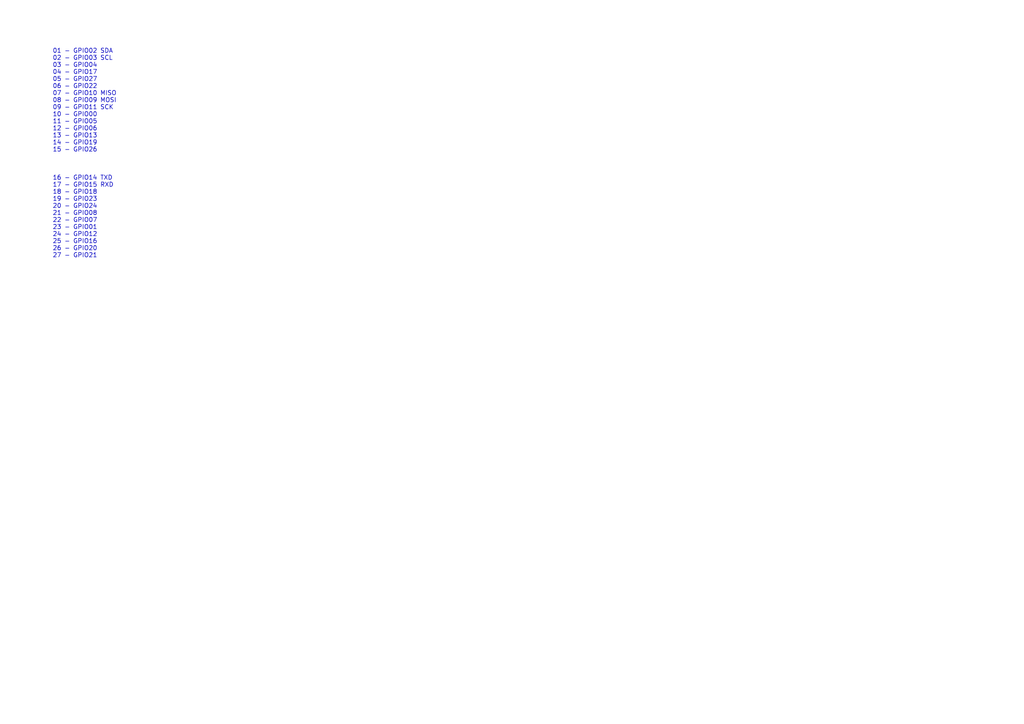
<source format=kicad_sch>
(kicad_sch (version 20230121) (generator eeschema)
  (paper "A4")
  (lib_symbols)
  (text "01 - GPIO02 SDA\n02 - GPIO03 SCL\n03 - GPIO04\n04 - GPIO17\n05 - GPIO27\n06 - GPIO22\n07 - GPIO10 MISO\n08 - GPIO09 MOSI\n09 - GPIO11 SCK\n10 - GPIO00\n11 - GPIO05\n12 - GPIO06\n13 - GPIO13\n14 - GPIO19\n15 - GPIO26\n\n\n\n16 - GPIO14 TXD\n17 - GPIO15 RXD\n18 - GPIO18\n19 - GPIO23\n20 - GPIO24\n21 - GPIO08\n22 - GPIO07\n23 - GPIO01\n24 - GPIO12\n25 - GPIO16\n26 - GPIO20\n27 - GPIO21\n" (at 15.24 74.93 0) (effects (font (size 1.27 1.27)) (justify left bottom)))
)
</source>
